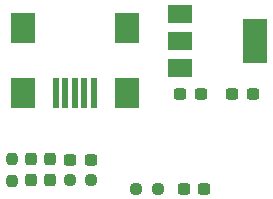
<source format=gbr>
%TF.GenerationSoftware,KiCad,Pcbnew,7.0.6-1.fc38*%
%TF.CreationDate,2023-08-09T19:30:44+03:00*%
%TF.ProjectId,msp430-breakout,6d737034-3330-42d6-9272-65616b6f7574,v.1.0*%
%TF.SameCoordinates,Original*%
%TF.FileFunction,Paste,Top*%
%TF.FilePolarity,Positive*%
%FSLAX46Y46*%
G04 Gerber Fmt 4.6, Leading zero omitted, Abs format (unit mm)*
G04 Created by KiCad (PCBNEW 7.0.6-1.fc38) date 2023-08-09 19:30:44*
%MOMM*%
%LPD*%
G01*
G04 APERTURE LIST*
G04 Aperture macros list*
%AMRoundRect*
0 Rectangle with rounded corners*
0 $1 Rounding radius*
0 $2 $3 $4 $5 $6 $7 $8 $9 X,Y pos of 4 corners*
0 Add a 4 corners polygon primitive as box body*
4,1,4,$2,$3,$4,$5,$6,$7,$8,$9,$2,$3,0*
0 Add four circle primitives for the rounded corners*
1,1,$1+$1,$2,$3*
1,1,$1+$1,$4,$5*
1,1,$1+$1,$6,$7*
1,1,$1+$1,$8,$9*
0 Add four rect primitives between the rounded corners*
20,1,$1+$1,$2,$3,$4,$5,0*
20,1,$1+$1,$4,$5,$6,$7,0*
20,1,$1+$1,$6,$7,$8,$9,0*
20,1,$1+$1,$8,$9,$2,$3,0*%
G04 Aperture macros list end*
%ADD10R,2.000000X2.500000*%
%ADD11R,0.500000X2.500000*%
%ADD12R,2.000000X1.500000*%
%ADD13R,2.000000X3.800000*%
%ADD14RoundRect,0.237500X-0.250000X-0.237500X0.250000X-0.237500X0.250000X0.237500X-0.250000X0.237500X0*%
%ADD15RoundRect,0.237500X0.237500X-0.250000X0.237500X0.250000X-0.237500X0.250000X-0.237500X-0.250000X0*%
%ADD16RoundRect,0.237500X0.237500X-0.287500X0.237500X0.287500X-0.237500X0.287500X-0.237500X-0.287500X0*%
%ADD17RoundRect,0.237500X0.300000X0.237500X-0.300000X0.237500X-0.300000X-0.237500X0.300000X-0.237500X0*%
%ADD18RoundRect,0.237500X-0.300000X-0.237500X0.300000X-0.237500X0.300000X0.237500X-0.300000X0.237500X0*%
G04 APERTURE END LIST*
D10*
%TO.C,J3*%
X82200000Y-35925000D03*
X82200000Y-41425000D03*
X73400000Y-41425000D03*
X73400000Y-35925000D03*
D11*
X76200000Y-41425000D03*
X77000000Y-41425000D03*
X77800000Y-41425000D03*
X78600000Y-41425000D03*
X79400000Y-41425000D03*
%TD*%
D12*
%TO.C,U2*%
X86750000Y-34700000D03*
D13*
X93050000Y-37000000D03*
D12*
X86750000Y-37000000D03*
X86750000Y-39300000D03*
%TD*%
D14*
%TO.C,R3*%
X82987500Y-49500000D03*
X84812500Y-49500000D03*
%TD*%
D15*
%TO.C,R2*%
X72500000Y-46987500D03*
X72500000Y-48812500D03*
%TD*%
D14*
%TO.C,R1*%
X79212500Y-48800000D03*
X77387500Y-48800000D03*
%TD*%
D16*
%TO.C,D2*%
X75700000Y-48775000D03*
X75700000Y-47025000D03*
%TD*%
%TO.C,D1*%
X74100000Y-47025000D03*
X74100000Y-48775000D03*
%TD*%
D17*
%TO.C,C4*%
X87037500Y-49500000D03*
X88762500Y-49500000D03*
%TD*%
D18*
%TO.C,C3*%
X92862500Y-41500000D03*
X91137500Y-41500000D03*
%TD*%
D17*
%TO.C,C2*%
X86737500Y-41500000D03*
X88462500Y-41500000D03*
%TD*%
%TO.C,C1*%
X77437500Y-47100000D03*
X79162500Y-47100000D03*
%TD*%
M02*

</source>
